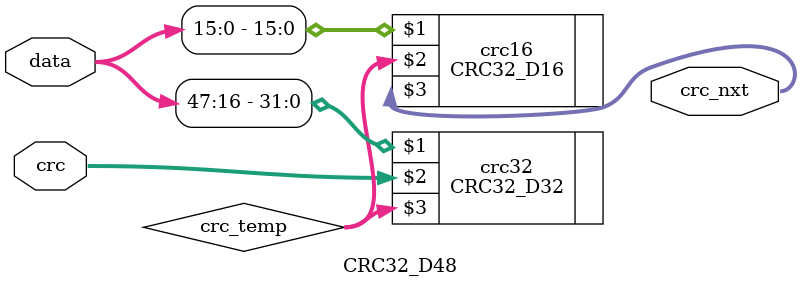
<source format=sv>
module CRC32_D48(input [47:0] data,input [31:0] crc,output [31:0] crc_nxt);
  reg [31:0] crc_temp;
  
  CRC32_D32 crc32(data[47:16],crc,crc_temp);
  CRC32_D16 crc16(data[15:0],crc_temp,crc_nxt);
 
endmodule 

</source>
